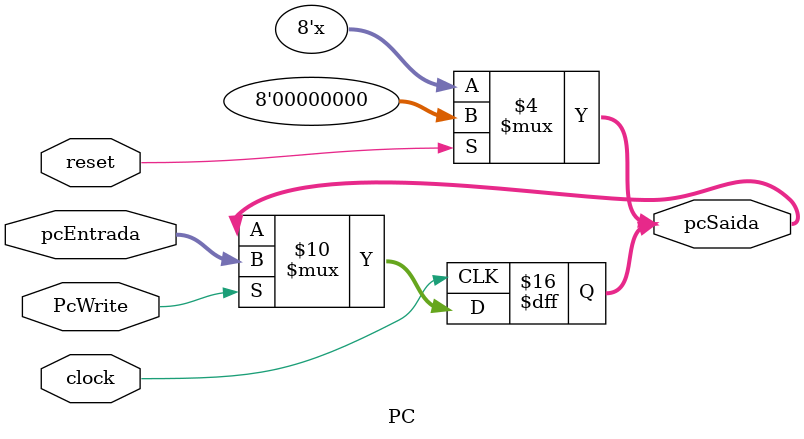
<source format=v>
module PC(clock, reset, PcWrite, pcEntrada, pcSaida);
	reg[7:0] pc;

	input clock, reset, PcWrite;
	input[7:0] pcEntrada;
	output reg[7:0] pcSaida;

	always@ (negedge clock) begin
		if(PcWrite)begin
			pc = pcEntrada;
			pcSaida = pc;
		end
	end

	always@ (reset) begin
		if(reset) begin
			pc = 8'b00000000;
			pcSaida = pc; 
		end
	end
	
endmodule
</source>
